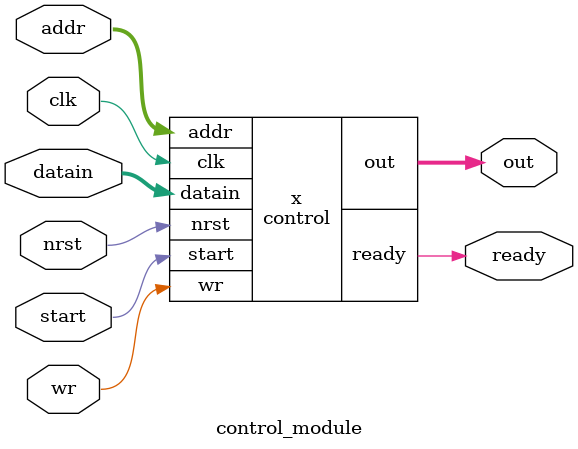
<source format=sv>
module memory(
  input logic clk, wr,
  input logic [9:0] raddr, waddr,
  input logic [15:0] in,
  output logic [15:0] out
);
  logic [15:0] mem [0:999];

  assign out = mem[raddr]; 
  always_ff @(posedge clk)
    if(wr) mem[waddr] <= in;  
endmodule


module calculator(
  input nrst, step, push, en, 
  input logic [2:0] op,
  input logic [15:0] d,
  output logic [15:0] out,
  output logic [9:0] cnt
);
  logic wr;
  logic [15:0] top;
  logic [ 9:0] raddr, waddr;

  memory h(step, wr, raddr, waddr, out, top);
  
  always_ff @(posedge step or negedge nrst) begin
    if (!nrst) begin
      out <= 0;
      cnt <= 0;
    end
    else if(en) begin
      if(push) begin
        out <= d;
        cnt <= cnt + 1;
      end else casez(op)
        //ustaw na 1 jeśli top > 0 wpp 0
      	0: out <= (out > 16'b0111111111111111 || out == 16'b0) ? 0 : 1; 
        1: out <= 0-out; //minus unarny
        2: if(cnt > 1) begin  //dodawanie
          	out <= out + top; 
          	cnt <= cnt - 1;
        end
        3: if(cnt > 1) begin //mnożenie
        	out <= out * top;
        	cnt <= cnt - 1;
        end
        4: out <= top; //swap
        5: out <= top; //load
        default: begin
          cnt <= cnt - 1;
          out <= top;
        end
      endcase
    end
  end

   always_comb begin
     raddr = cnt - 1;
     waddr = cnt;
     
      if(push) begin
        if(cnt == 0) raddr = cnt;
        else raddr = cnt - 1;
      end
      else if(op == 4 && cnt > 1) begin //swap
        raddr = cnt - 1;
        waddr = cnt - 1;
      end
      else if(op == 5) //zamień top na na ity element, gdzie i to wartość topa
        raddr = cnt - out[9:0] - 1;
     
     wr = (push && cnt > 0) || (op == 4);
   end
endmodule


module control(
  input logic clk, nrst, wr, start,
  input logic [9:0] addr,
  input logic [15:0] datain,
  output logic ready,
  output logic [15:0] out
);
  
  logic en, push;
  logic [2:0] op;
  logic [9:0] pc;
  logic [15:0] d;

  logic prog_wr;
  logic [9:0] prog_waddr;
  logic [15:0] prog_data, p_out;

  memory prog_mem(clk, prog_wr, pc, prog_waddr, prog_data, p_out);
  calculator calc_inst(nrst, clk, push, en, op, d, out,);

  always_ff @(posedge clk or negedge nrst) begin
    if (!nrst) begin
      ready <= 1;
    end 
    else begin
      if (ready) begin
        if(start) begin
          pc <= 0;
          ready <= 0;
        end else ready <= 1;  
      end
      else begin
        ready <= 0;
        if(p_out[15]) begin
          if(!p_out[14]) begin
            if(p_out[2:0] == 7) pc <= out;
            else pc <= pc + 1;
          end
          else ready <= 1;
        end else pc <= pc + 1;
      end
    end
  end

  always_comb begin
    if (!nrst) begin 
      en = 0;
      push = 0;
      en = 0;
      op = 0;
      d = 0;
      prog_wr = 0;
      prog_waddr = 0;
      prog_data = 0;
    end
    else if(ready && !start && wr) begin
        prog_data = datain;
        prog_waddr = addr;
        prog_wr = 1;
        push = 0;
        en = 0;
        op = 0;
        d = 0;
    end
    else begin
      prog_wr = 0;
      prog_waddr = 0;
      prog_data = 0;
      if(p_out[15]) begin
          push = 0;
          if(p_out[14]) begin
            en = 0;
            op = 0;
            d = 0;
          end else begin 
            en = 1;
            op = p_out[2:0];
            d = 0;
          end
        end 
      else begin 
        en = 1;
        push = 1;
        d = p_out;
        op = 0;
      end
    end
  end
endmodule

module control_module(
  input logic clk, nrst, wr, start,
  input logic [9:0] addr,
  input logic [15:0] datain,
  output logic ready,
  output logic [15:0] out
);
   control x(clk, nrst, wr, start, addr, datain, ready, out);
endmodule

</source>
